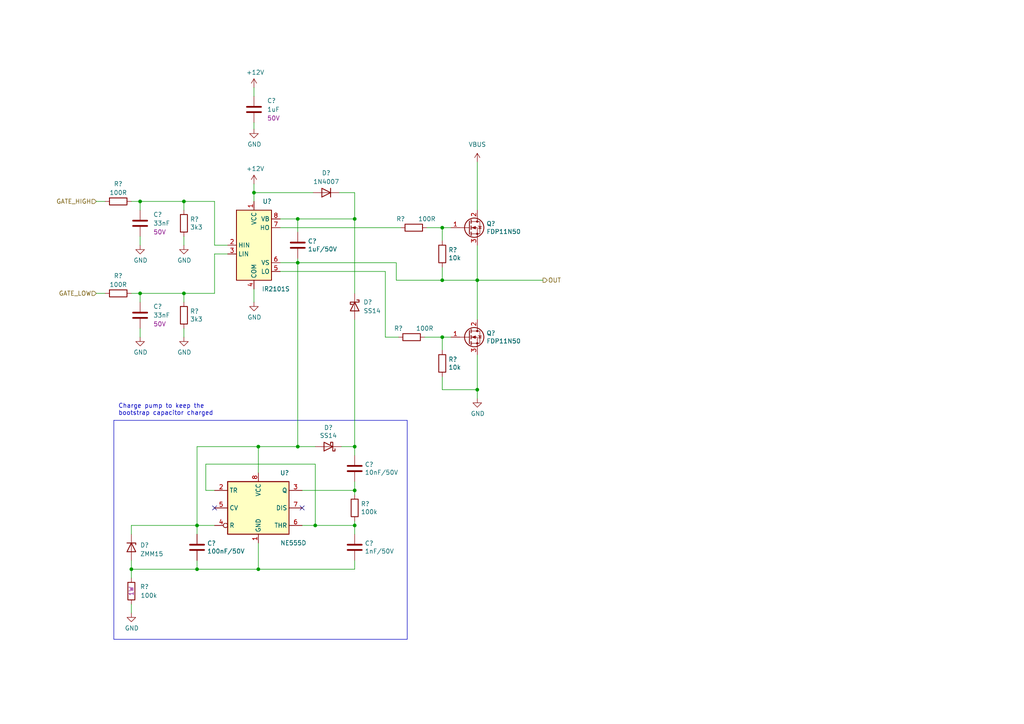
<source format=kicad_sch>
(kicad_sch (version 20230121) (generator eeschema)
  (paper "A4")
  (title_block (title "POWER INVERTER") (rev "REV1") (company "INSTITUTO TECNOLOGICO DE AERONAUTICA - ITA") (comment 1 "PROF. JOSE ROBERTO COLOMBO JUNIOR"))
  (lib_symbols
    (symbol "Device:C" (pin_numbers hide) (pin_names (offset 0.254))
      (property "Reference" "C" (at 0.635 2.54 0))
      (property "Value" "C" (at 0.635 -2.54 0))
      (symbol "C_0_1"
        (polyline (pts (xy -2.032 -0.762) (xy 2.032 -0.762)) (stroke (width 0.508)))
        (polyline (pts (xy -2.032 0.762) (xy 2.032 0.762)) (stroke (width 0.508)))
      )
      (symbol "C_1_1"
        (pin passive line (at 0 3.81 270) (length 2.794) (name "~") (number "1"))
        (pin passive line (at 0 -3.81 90) (length 2.794) (name "~") (number "2"))
      )
    )
    (symbol "Device:R" (pin_numbers hide) (pin_names (offset 0))
      (property "Reference" "R" (at 2.032 0 90))
      (property "Value" "R" (at 0 0 90))
      (symbol "R_0_1"
        (rectangle (start -1.016 -2.54) (end 1.016 2.54) (stroke (width 0.254)))
      )
      (symbol "R_1_1"
        (pin passive line (at 0 3.81 270) (length 1.27) (name "~") (number "1"))
        (pin passive line (at 0 -3.81 90) (length 1.27) (name "~") (number "2"))
      )
    )
    (symbol "Diode:1N4007" (pin_numbers hide) (pin_names hide)
      (property "Reference" "D" (at 0 2.54 0))
      (property "Value" "1N4007" (at 0 -2.54 0))
      (symbol "1N4007_0_1"
        (polyline (pts (xy -1.27 1.27) (xy -1.27 -1.27)) (stroke (width 0.254)))
        (polyline (pts (xy 1.27 0) (xy -1.27 0)))
        (polyline (pts (xy 1.27 1.27) (xy 1.27 -1.27) (xy -1.27 0) (xy 1.27 1.27)) (stroke (width 0.254)))
      )
      (symbol "1N4007_1_1"
        (pin passive line (at -3.81 0 0) (length 2.54) (name "K") (number "1"))
        (pin passive line (at 3.81 0 180) (length 2.54) (name "A") (number "2"))
      )
    )
    (symbol "Diode:1N5819" (pin_numbers hide) (pin_names (offset 1.016) hide)
      (property "Reference" "D" (at 0 2.54 0))
      (property "Value" "1N5819" (at 0 -2.54 0))
      (symbol "1N5819_0_1"
        (polyline (pts (xy 1.27 0) (xy -1.27 0)))
        (polyline (pts (xy 1.27 1.27) (xy 1.27 -1.27) (xy -1.27 0) (xy 1.27 1.27)) (stroke (width 0.254)))
        (polyline (pts (xy -1.905 0.635) (xy -1.905 1.27) (xy -1.27 1.27) (xy -1.27 -1.27) (xy -0.635 -1.27) (xy -0.635 -0.635)) (stroke (width 0.254)))
      )
      (symbol "1N5819_1_1"
        (pin passive line (at -3.81 0 0) (length 2.54) (name "K") (number "1"))
        (pin passive line (at 3.81 0 180) (length 2.54) (name "A") (number "2"))
      )
    )
    (symbol "Diode:ZMMxx" (pin_numbers hide) (pin_names hide)
      (property "Reference" "D" (at 0 2.54 0))
      (property "Value" "ZMMxx" (at 0 -2.54 0))
      (symbol "ZMMxx_0_1"
        (polyline (pts (xy 1.27 0) (xy -1.27 0)))
        (polyline (pts (xy -1.27 -1.27) (xy -1.27 1.27) (xy -0.762 1.27)) (stroke (width 0.254)))
        (polyline (pts (xy 1.27 -1.27) (xy 1.27 1.27) (xy -1.27 0) (xy 1.27 -1.27)) (stroke (width 0.254)))
      )
      (symbol "ZMMxx_1_1"
        (pin passive line (at -3.81 0 0) (length 2.54) (name "K") (number "1"))
        (pin passive line (at 3.81 0 180) (length 2.54) (name "A") (number "2"))
      )
    )
    (symbol "Driver_FET:IR2101"
      (property "Reference" "U" (at 1.27 13.335 0))
      (property "Value" "IR2101" (at 1.27 11.43 0))
      (symbol "IR2101_0_1"
        (rectangle (start -5.08 -10.16) (end 5.08 10.16) (stroke (width 0.254)) (fill (type background)))
      )
      (symbol "IR2101_1_1"
        (pin power_in line (at 0 12.7 270) (length 2.54) (name "VCC") (number "1"))
        (pin input line (at -7.62 0 0) (length 2.54) (name "HIN") (number "2"))
        (pin input line (at -7.62 -2.54 0) (length 2.54) (name "LIN") (number "3"))
        (pin power_in line (at 0 -12.7 90) (length 2.54) (name "COM") (number "4"))
        (pin output line (at 7.62 -7.62 180) (length 2.54) (name "LO") (number "5"))
        (pin passive line (at 7.62 -5.08 180) (length 2.54) (name "VS") (number "6"))
        (pin output line (at 7.62 5.08 180) (length 2.54) (name "HO") (number "7"))
        (pin passive line (at 7.62 7.62 180) (length 2.54) (name "VB") (number "8"))
      )
    )
    (symbol "Timer:NE555D"
      (property "Reference" "U" (at -10.16 8.89 0))
      (property "Value" "NE555D" (at 2.54 8.89 0))
      (symbol "NE555D_0_0"
        (pin power_in line (at 0 -10.16 90) (length 2.54) (name "GND") (number "1"))
        (pin power_in line (at 0 10.16 270) (length 2.54) (name "VCC") (number "8"))
      )
      (symbol "NE555D_0_1"
        (rectangle (start -8.89 -7.62) (end 8.89 7.62) (stroke (width 0.254)) (fill (type background)))
        (rectangle (start -8.89 -7.62) (end 8.89 7.62) (stroke (width 0.254)) (fill (type background)))
      )
      (symbol "NE555D_1_1"
        (pin input line (at -12.7 5.08 0) (length 3.81) (name "TR") (number "2"))
        (pin output line (at 12.7 5.08 180) (length 3.81) (name "Q") (number "3"))
        (pin input inverted (at -12.7 -5.08 0) (length 3.81) (name "R") (number "4"))
        (pin input line (at -12.7 0 0) (length 3.81) (name "CV") (number "5"))
        (pin input line (at 12.7 -5.08 180) (length 3.81) (name "THR") (number "6"))
        (pin input line (at 12.7 0 180) (length 3.81) (name "DIS") (number "7"))
      )
    )
    (symbol "Transistor_FET:IRF740" (pin_names hide)
      (property "Reference" "Q" (at 6.35 1.905 0))
      (property "Value" "IRF740" (at 6.35 0 0))
      (symbol "IRF740_0_1"
        (polyline (pts (xy 0.254 0) (xy -2.54 0)))
        (polyline (pts (xy 0.254 1.905) (xy 0.254 -1.905)) (stroke (width 0.254)))
        (polyline (pts (xy 0.762 -1.27) (xy 0.762 -2.286)) (stroke (width 0.254)))
        (polyline (pts (xy 0.762 0.508) (xy 0.762 -0.508)) (stroke (width 0.254)))
        (polyline (pts (xy 0.762 2.286) (xy 0.762 1.27)) (stroke (width 0.254)))
        (polyline (pts (xy 2.54 2.54) (xy 2.54 1.778)))
        (polyline (pts (xy 2.54 -2.54) (xy 2.54 0) (xy 0.762 0)))
        (polyline (pts (xy 0.762 -1.778) (xy 3.302 -1.778) (xy 3.302 1.778) (xy 0.762 1.778)))
        (polyline (pts (xy 1.016 0) (xy 2.032 0.381) (xy 2.032 -0.381) (xy 1.016 0)) (fill (type outline)))
        (polyline (pts (xy 2.794 0.508) (xy 2.921 0.381) (xy 3.683 0.381) (xy 3.81 0.254)))
        (polyline (pts (xy 3.302 0.381) (xy 2.921 -0.254) (xy 3.683 -0.254) (xy 3.302 0.381)))
        (circle (center 1.651 0) (radius 2.794) (stroke (width 0.254)))
        (circle (center 2.54 -1.778) (radius 0.254) (fill (type outline)))
        (circle (center 2.54 1.778) (radius 0.254) (fill (type outline)))
      )
      (symbol "IRF740_1_1"
        (pin input line (at -5.08 0 0) (length 2.54) (name "G") (number "1"))
        (pin passive line (at 2.54 5.08 270) (length 2.54) (name "D") (number "2"))
        (pin passive line (at 2.54 -5.08 90) (length 2.54) (name "S") (number "3"))
      )
    )
    (symbol "power:+12V" (power) (pin_names (offset 0))
      (property "Value" "+12V" (at 0 3.556 0))
      (symbol "+12V_0_1"
        (polyline (pts (xy -0.762 1.27) (xy 0 2.54)))
        (polyline (pts (xy 0 0) (xy 0 2.54)))
        (polyline (pts (xy 0 2.54) (xy 0.762 1.27)))
      )
      (symbol "+12V_1_1"
        (pin power_in line (at 0 0 90) (length 0) hide (name "+12V") (number "1"))
      )
    )
    (symbol "power:GND" (power) (pin_names (offset 0))
      (property "Value" "GND" (at 0 -3.81 0))
      (symbol "GND_0_1"
        (polyline (pts (xy 0 0) (xy 0 -1.27) (xy 1.27 -1.27) (xy 0 -2.54) (xy -1.27 -1.27) (xy 0 -1.27)))
      )
      (symbol "GND_1_1"
        (pin power_in line (at 0 0 270) (length 0) hide (name "GND") (number "1"))
      )
    )
    (symbol "power:VBUS" (power) (pin_names (offset 0))
      (property "Value" "VBUS" (at 0 3.81 0))
      (symbol "VBUS_0_1"
        (polyline (pts (xy -0.762 1.27) (xy 0 2.54)))
        (polyline (pts (xy 0 0) (xy 0 2.54)))
        (polyline (pts (xy 0 2.54) (xy 0.762 1.27)))
      )
      (symbol "VBUS_1_1"
        (pin power_in line (at 0 0 90) (length 0) hide (name "VBUS") (number "1"))
      )
    )
  )
  (junction (at 53.34 58.42))
  (junction (at 74.93 129.54))
  (junction (at 138.43 81.28))
  (junction (at 86.36 129.54))
  (junction (at 102.87 152.4))
  (junction (at 91.44 152.4))
  (junction (at 102.87 63.5))
  (junction (at 138.43 113.03))
  (junction (at 38.1 165.1))
  (junction (at 128.27 97.79))
  (junction (at 74.93 165.1))
  (junction (at 128.27 66.04))
  (junction (at 86.36 76.2))
  (junction (at 57.15 152.4))
  (junction (at 102.87 142.24))
  (junction (at 40.64 85.09))
  (junction (at 128.27 81.28))
  (junction (at 102.87 129.54))
  (junction (at 73.66 55.88))
  (junction (at 40.64 58.42))
  (junction (at 53.34 85.09))
  (junction (at 86.36 63.5))
  (junction (at 57.15 165.1))
  (no_connect (at 87.63 147.32))
  (no_connect (at 62.23 147.32))
  (wire (pts (xy 74.93 165.1) (xy 102.87 165.1)))
  (wire (pts (xy 86.36 129.54) (xy 91.44 129.54)))
  (wire (pts (xy 138.43 81.28) (xy 157.48 81.28)))
  (wire (pts (xy 73.66 83.82) (xy 73.66 87.63)))
  (wire (pts (xy 86.36 63.5) (xy 86.36 67.31)))
  (polyline (pts (xy 33.02 185.42) (xy 118.11 185.42)))
  (wire (pts (xy 128.27 101.6) (xy 128.27 97.79)))
  (wire (pts (xy 27.94 85.09) (xy 30.48 85.09)))
  (wire (pts (xy 74.93 129.54) (xy 57.15 129.54)))
  (wire (pts (xy 98.425 55.88) (xy 102.87 55.88)))
  (wire (pts (xy 114.935 76.2) (xy 114.935 81.28)))
  (wire (pts (xy 123.825 66.04) (xy 128.27 66.04)))
  (wire (pts (xy 74.93 129.54) (xy 86.36 129.54)))
  (wire (pts (xy 128.27 69.85) (xy 128.27 66.04)))
  (wire (pts (xy 74.93 157.48) (xy 74.93 165.1)))
  (wire (pts (xy 91.44 152.4) (xy 91.44 134.62)))
  (wire (pts (xy 59.69 142.24) (xy 59.69 134.62)))
  (wire (pts (xy 128.27 113.03) (xy 138.43 113.03)))
  (wire (pts (xy 111.76 78.74) (xy 111.76 97.79)))
  (wire (pts (xy 86.36 76.2) (xy 86.36 129.54)))
  (wire (pts (xy 102.87 55.88) (xy 102.87 63.5)))
  (wire (pts (xy 102.87 165.1) (xy 102.87 162.56)))
  (wire (pts (xy 91.44 152.4) (xy 87.63 152.4)))
  (wire (pts (xy 102.87 92.71) (xy 102.87 129.54)))
  (wire (pts (xy 102.87 151.13) (xy 102.87 152.4)))
  (wire (pts (xy 40.64 95.25) (xy 40.64 97.79)))
  (wire (pts (xy 86.36 63.5) (xy 102.87 63.5)))
  (wire (pts (xy 27.94 58.42) (xy 30.48 58.42)))
  (wire (pts (xy 38.1 165.1) (xy 57.15 165.1)))
  (wire (pts (xy 57.15 154.94) (xy 57.15 152.4)))
  (wire (pts (xy 138.43 113.03) (xy 138.43 102.87)))
  (polyline (pts (xy 33.02 121.92) (xy 33.02 185.42)))
  (wire (pts (xy 53.34 58.42) (xy 40.64 58.42)))
  (wire (pts (xy 53.34 87.63) (xy 53.34 85.09)))
  (wire (pts (xy 57.15 129.54) (xy 57.15 152.4)))
  (wire (pts (xy 40.64 85.09) (xy 40.64 87.63)))
  (wire (pts (xy 38.1 175.26) (xy 38.1 177.8)))
  (wire (pts (xy 102.87 154.94) (xy 102.87 152.4)))
  (polyline (pts (xy 33.02 121.92) (xy 118.11 121.92)))
  (wire (pts (xy 81.28 66.04) (xy 116.205 66.04)))
  (wire (pts (xy 74.93 165.1) (xy 57.15 165.1)))
  (wire (pts (xy 138.43 113.03) (xy 138.43 115.57)))
  (wire (pts (xy 38.1 85.09) (xy 40.64 85.09)))
  (wire (pts (xy 62.23 58.42) (xy 53.34 58.42)))
  (wire (pts (xy 74.93 129.54) (xy 74.93 137.16)))
  (wire (pts (xy 114.935 81.28) (xy 128.27 81.28)))
  (wire (pts (xy 62.23 73.66) (xy 62.23 85.09)))
  (wire (pts (xy 86.36 76.2) (xy 86.36 74.93)))
  (wire (pts (xy 91.44 134.62) (xy 59.69 134.62)))
  (wire (pts (xy 62.23 142.24) (xy 59.69 142.24)))
  (wire (pts (xy 102.87 139.7) (xy 102.87 142.24)))
  (wire (pts (xy 38.1 58.42) (xy 40.64 58.42)))
  (wire (pts (xy 57.15 165.1) (xy 57.15 162.56)))
  (wire (pts (xy 73.66 55.88) (xy 73.66 58.42)))
  (wire (pts (xy 130.81 66.04) (xy 128.27 66.04)))
  (wire (pts (xy 81.28 76.2) (xy 86.36 76.2)))
  (wire (pts (xy 38.1 152.4) (xy 57.15 152.4)))
  (wire (pts (xy 81.28 78.74) (xy 111.76 78.74)))
  (wire (pts (xy 102.87 143.51) (xy 102.87 142.24)))
  (wire (pts (xy 102.87 63.5) (xy 102.87 85.09)))
  (polyline (pts (xy 118.11 121.92) (xy 118.11 185.42)))
  (wire (pts (xy 62.23 73.66) (xy 66.04 73.66)))
  (wire (pts (xy 38.1 162.56) (xy 38.1 165.1)))
  (wire (pts (xy 138.43 46.99) (xy 138.43 60.96)))
  (wire (pts (xy 87.63 142.24) (xy 102.87 142.24)))
  (wire (pts (xy 53.34 68.58) (xy 53.34 71.12)))
  (wire (pts (xy 81.28 63.5) (xy 86.36 63.5)))
  (wire (pts (xy 40.64 58.42) (xy 40.64 60.96)))
  (wire (pts (xy 53.34 95.25) (xy 53.34 97.79)))
  (wire (pts (xy 62.23 85.09) (xy 53.34 85.09)))
  (wire (pts (xy 123.19 97.79) (xy 128.27 97.79)))
  (wire (pts (xy 62.23 71.12) (xy 62.23 58.42)))
  (wire (pts (xy 40.64 68.58) (xy 40.64 71.12)))
  (wire (pts (xy 62.23 152.4) (xy 57.15 152.4)))
  (wire (pts (xy 38.1 152.4) (xy 38.1 154.94)))
  (wire (pts (xy 73.66 25.4) (xy 73.66 27.94)))
  (wire (pts (xy 62.23 71.12) (xy 66.04 71.12)))
  (wire (pts (xy 38.1 167.64) (xy 38.1 165.1)))
  (wire (pts (xy 128.27 81.28) (xy 138.43 81.28)))
  (wire (pts (xy 128.27 77.47) (xy 128.27 81.28)))
  (wire (pts (xy 90.805 55.88) (xy 73.66 55.88)))
  (wire (pts (xy 138.43 71.12) (xy 138.43 81.28)))
  (wire (pts (xy 53.34 58.42) (xy 53.34 60.96)))
  (wire (pts (xy 138.43 81.28) (xy 138.43 92.71)))
  (wire (pts (xy 53.34 85.09) (xy 40.64 85.09)))
  (wire (pts (xy 115.57 97.79) (xy 111.76 97.79)))
  (wire (pts (xy 130.81 97.79) (xy 128.27 97.79)))
  (wire (pts (xy 73.66 53.34) (xy 73.66 55.88)))
  (wire (pts (xy 102.87 132.08) (xy 102.87 129.54)))
  (wire (pts (xy 128.27 109.22) (xy 128.27 113.03)))
  (wire (pts (xy 73.66 35.56) (xy 73.66 37.465)))
  (wire (pts (xy 86.36 76.2) (xy 114.935 76.2)))
  (wire (pts (xy 102.87 129.54) (xy 99.06 129.54)))
  (wire (pts (xy 102.87 152.4) (xy 91.44 152.4)))
  (text "Charge pump to keep the \nbootstrap capacitor charged" (at 34.29 120.65 0) (effects (font (size 1.27 1.27)) (justify left bottom)))
  (hierarchical_label "GATE_LOW" (shape input) (at 27.94 85.09 180))
  (hierarchical_label "GATE_HIGH" (shape input) (at 27.94 58.42 180))
  (hierarchical_label "OUT" (shape output) (at 157.48 81.28 0))
  (symbol (lib_id "power:GND") (at 53.34 97.79 0) (unit 1)
    (property "Reference" "#PWR?" (effects hide))
    (property "Value" "GND" (at 53.467 102.1842 0))
    (instances (project "rev1" (path "" (reference "#PWR?") (unit 1)) (path "" (reference "#PWR?") (unit 1)) (path "" (reference "#PWR?") (unit 1)) (path "" (reference "#PWR074") (unit 1))))
  )
  (symbol (lib_id "Transistor_FET:IRF740") (at 135.89 97.79 0) (unit 1)
    (property "Reference" "Q?" (at 141.0716 96.6216 0) (effects (justify left)))
    (property "Value" "FDP11N50" (at 141.0716 98.933 0) (effects (justify left)))
    (property "Footprint" "Package_TO_SOT_THT:TO-220-3_Vertical" (effects hide))
    (instances (project "rev1" (path "" (reference "Q?") (unit 1)) (path "" (reference "Q?") (unit 1)) (path "" (reference "Q?") (unit 1)) (path "" (reference "Q6") (unit 1))))
  )
  (symbol (lib_id "Device:R") (at 102.87 147.32 0) (unit 1)
    (property "Reference" "R?" (at 104.648 146.1516 0) (effects (justify left)))
    (property "Value" "100k" (at 104.648 148.463 0) (effects (justify left)))
    (property "Footprint" "Resistor_SMD:R_1206_3216Metric_Pad1.30x1.75mm_HandSolder" (effects hide))
    (instances (project "rev1" (path "" (reference "R?") (unit 1)) (path "" (reference "R?") (unit 1)) (path "" (reference "R?") (unit 1)) (path "" (reference "R39") (unit 1))))
  )
  (symbol (lib_id "power:GND") (at 40.64 71.12 0) (unit 1)
    (property "Reference" "#PWR?" (effects hide))
    (property "Value" "GND" (at 40.767 75.5142 0))
    (instances (project "rev1" (path "" (reference "#PWR?") (unit 1)) (path "" (reference "#PWR?") (unit 1)) (path "" (reference "#PWR?") (unit 1)) (path "" (reference "#PWR069") (unit 1))))
  )
  (symbol (lib_id "Device:R") (at 128.27 105.41 0) (unit 1)
    (property "Reference" "R?" (at 130.048 104.2416 0) (effects (justify left)))
    (property "Value" "10k" (at 130.048 106.553 0) (effects (justify left)))
    (property "Footprint" "Resistor_SMD:R_1206_3216Metric_Pad1.30x1.75mm_HandSolder" (effects hide))
    (instances (project "rev1" (path "" (reference "R?") (unit 1)) (path "" (reference "R?") (unit 1)) (path "" (reference "R?") (unit 1)) (path "" (reference "R36") (unit 1))))
  )
  (symbol (lib_id "power:GND") (at 53.34 71.12 0) (unit 1)
    (property "Reference" "#PWR?" (effects hide))
    (property "Value" "GND" (at 53.467 75.5142 0))
    (instances (project "rev1" (path "" (reference "#PWR?") (unit 1)) (path "" (reference "#PWR?") (unit 1)) (path "" (reference "#PWR?") (unit 1)) (path "" (reference "#PWR070") (unit 1))))
  )
  (symbol (lib_id "Transistor_FET:IRF740") (at 135.89 66.04 0) (unit 1)
    (property "Reference" "Q?" (at 141.0716 64.8716 0) (effects (justify left)))
    (property "Value" "FDP11N50" (at 141.0716 67.183 0) (effects (justify left)))
    (property "Footprint" "Package_TO_SOT_THT:TO-220-3_Vertical" (effects hide))
    (instances (project "rev1" (path "" (reference "Q?") (unit 1)) (path "" (reference "Q?") (unit 1)) (path "" (reference "Q?") (unit 1)) (path "" (reference "Q5") (unit 1))))
  )
  (symbol (lib_id "Device:C") (at 73.66 31.75 0) (unit 1)
    (property "Reference" "C?" (at 77.47 29.21 0) (effects (justify left)))
    (property "Value" "1uF" (at 77.47 31.75 0) (effects (justify left)))
    (property "Footprint" "Capacitor_SMD:C_1206_3216Metric_Pad1.33x1.80mm_HandSolder" (effects hide))
    (property "Voltage" "50V" (at 77.47 34.29 0) (effects (justify left)))
    (instances (project "driver1" (path "" (reference "C?") (unit 1))) (project "DidaticInverter" (path "" (reference "C?") (unit 1))) (project "rev1" (path "" (reference "C?") (unit 1)) (path "" (reference "C?") (unit 1)) (path "" (reference "C32") (unit 1))) (project "FonteAltaTensao" (path "" (reference "C?") (unit 1)) (path "" (reference "C?") (unit 1))))
  )
  (symbol (lib_id "power:GND") (at 73.66 87.63 0) (unit 1)
    (property "Reference" "#PWR?" (effects hide))
    (property "Value" "GND" (at 73.787 92.0242 0))
    (instances (project "rev1" (path "" (reference "#PWR?") (unit 1)) (path "" (reference "#PWR?") (unit 1)) (path "" (reference "#PWR?") (unit 1)) (path "" (reference "#PWR071") (unit 1))))
  )
  (symbol (lib_id "Device:R") (at 53.34 91.44 0) (unit 1)
    (property "Reference" "R?" (at 55.118 90.2716 0) (effects (justify left)))
    (property "Value" "3k3" (at 55.118 92.583 0) (effects (justify left)))
    (property "Footprint" "Resistor_SMD:R_1206_3216Metric_Pad1.30x1.75mm_HandSolder" (effects hide))
    (instances (project "rev1" (path "" (reference "R?") (unit 1)) (path "" (reference "R?") (unit 1)) (path "" (reference "R?") (unit 1)) (path "" (reference "R34") (unit 1))))
  )
  (symbol (lib_id "Device:C") (at 57.15 158.75 0) (unit 1)
    (property "Reference" "C?" (at 60.071 157.5816 0) (effects (justify left)))
    (property "Value" "100nF/50V" (at 60.071 159.893 0) (effects (justify left)))
    (property "Footprint" "Capacitor_SMD:C_1206_3216Metric_Pad1.33x1.80mm_HandSolder" (effects hide))
    (instances (project "rev1" (path "" (reference "C?") (unit 1)) (path "" (reference "C?") (unit 1)) (path "" (reference "C?") (unit 1)) (path "" (reference "C42") (unit 1))))
  )
  (symbol (lib_id "power:GND") (at 138.43 115.57 0) (unit 1)
    (property "Reference" "#PWR?" (effects hide))
    (property "Value" "GND" (at 138.557 119.9642 0))
    (instances (project "rev1" (path "" (reference "#PWR?") (unit 1)) (path "" (reference "#PWR?") (unit 1)) (path "" (reference "#PWR?") (unit 1)) (path "" (reference "#PWR077") (unit 1))))
  )
  (symbol (lib_id "Device:R") (at 34.29 58.42 90) (unit 1)
    (property "Reference" "R?" (at 34.29 53.34 90))
    (property "Value" "100R" (at 34.29 55.88 90))
    (property "Footprint" "Resistor_SMD:R_1206_3216Metric_Pad1.30x1.75mm_HandSolder" (effects hide))
    (instances (project "driver" (path "" (reference "R?") (unit 1))) (project "rev1" (path "" (reference "R?") (unit 1)) (path "" (reference "R29") (unit 1))) (project "FonteAltaTensao" (path "" (reference "R?") (unit 1)) (path "" (reference "R?") (unit 1))))
  )
  (symbol (lib_id "power:VBUS") (at 138.43 46.99 0) (unit 1)
    (property "Reference" "#PWR?" (effects hide))
    (property "Value" "VBUS" (at 138.43 41.91 0))
    (instances (project "rev1" (path "" (reference "#PWR?") (unit 1)) (path "" (reference "#PWR067") (unit 1))))
  )
  (symbol (lib_id "power:+12V") (at 73.66 25.4 0) (unit 1)
    (property "Reference" "#PWR?" (effects hide))
    (property "Value" "+12V" (at 74.041 21.0058 0))
    (instances (project "rev1" (path "" (reference "#PWR?") (unit 1)) (path "" (reference "#PWR?") (unit 1)) (path "" (reference "#PWR?") (unit 1)) (path "" (reference "#PWR063") (unit 1))))
  )
  (symbol (lib_id "Timer:NE555D") (at 74.93 147.32 0) (unit 1)
    (property "Reference" "U?" (at 82.55 137.16 0))
    (property "Value" "NE555D" (at 85.09 157.48 0))
    (property "Footprint" "Package_SO:SOIC-8_3.9x4.9mm_P1.27mm" (effects hide))
    (property "Datasheet" "http://www.ti.com/lit/ds/symlink/ne555.pdf" (effects hide))
    (instances (project "rev1" (path "" (reference "U?") (unit 1)) (path "" (reference "U?") (unit 1)) (path "" (reference "U?") (unit 1)) (path "" (reference "U11") (unit 1))))
  )
  (symbol (lib_id "Diode:1N4007") (at 94.615 55.88 180) (unit 1)
    (property "Reference" "D?" (at 94.615 50.165 0))
    (property "Value" "1N4007" (at 94.615 52.705 0))
    (property "Footprint" "Diode_SMD:D_SMA" (effects hide))
    (property "Datasheet" "http://www.vishay.com/docs/88503/1n4001.pdf" (effects hide))
    (property "Sim.Device" "D" (effects hide))
    (property "Sim.Pins" "1=K 2=A" (effects hide))
    (instances (project "rev1" (path "" (reference "D?") (unit 1)) (path "" (reference "D?") (unit 1)) (path "" (reference "D?") (unit 1)) (path "" (reference "D11") (unit 1))))
  )
  (symbol (lib_id "Device:C") (at 102.87 158.75 0) (unit 1)
    (property "Reference" "C?" (at 105.791 157.5816 0) (effects (justify left)))
    (property "Value" "1nF/50V" (at 105.791 159.893 0) (effects (justify left)))
    (property "Footprint" "Capacitor_SMD:C_1206_3216Metric_Pad1.33x1.80mm_HandSolder" (effects hide))
    (instances (project "rev1" (path "" (reference "C?") (unit 1)) (path "" (reference "C?") (unit 1)) (path "" (reference "C?") (unit 1)) (path "" (reference "C43") (unit 1))))
  )
  (symbol (lib_id "Device:R") (at 38.1 171.45 0) (mirror x) (unit 1)
    (property "Reference" "R?" (at 41.91 170.18 0))
    (property "Value" "100k" (at 43.18 172.72 0))
    (property "Footprint" "Resistor_SMD:R_1206_3216Metric_Pad1.30x1.75mm_HandSolder" (effects hide))
    (property "Power" "1W" (at 38.1 171.45 90))
    (instances (project "rev1" (path "" (reference "R?") (unit 1)) (path "" (reference "R?") (unit 1)) (path "" (reference "R?") (unit 1)) (path "" (reference "R40") (unit 1))))
  )
  (symbol (lib_id "Device:C") (at 86.36 71.12 0) (unit 1)
    (property "Reference" "C?" (at 89.281 69.9516 0) (effects (justify left)))
    (property "Value" "1uF/50V" (at 89.281 72.263 0) (effects (justify left)))
    (property "Footprint" "Capacitor_SMD:C_1206_3216Metric_Pad1.33x1.80mm_HandSolder" (effects hide))
    (instances (project "rev1" (path "" (reference "C?") (unit 1)) (path "" (reference "C?") (unit 1)) (path "" (reference "C?") (unit 1)) (path "" (reference "C35") (unit 1))))
  )
  (symbol (lib_id "power:GND") (at 38.1 177.8 0) (unit 1)
    (property "Reference" "#PWR?" (effects hide))
    (property "Value" "GND" (at 38.227 182.1942 0))
    (instances (project "rev1" (path "" (reference "#PWR?") (unit 1)) (path "" (reference "#PWR?") (unit 1)) (path "" (reference "#PWR?") (unit 1)) (path "" (reference "#PWR082") (unit 1))))
  )
  (symbol (lib_id "Device:C") (at 102.87 135.89 0) (unit 1)
    (property "Reference" "C?" (at 105.791 134.7216 0) (effects (justify left)))
    (property "Value" "10nF/50V" (at 105.791 137.033 0) (effects (justify left)))
    (property "Footprint" "Capacitor_SMD:C_1206_3216Metric_Pad1.33x1.80mm_HandSolder" (effects hide))
    (instances (project "rev1" (path "" (reference "C?") (unit 1)) (path "" (reference "C?") (unit 1)) (path "" (reference "C?") (unit 1)) (path "" (reference "C41") (unit 1))))
  )
  (symbol (lib_id "Device:C") (at 40.64 64.77 0) (unit 1)
    (property "Reference" "C?" (at 44.45 62.23 0) (effects (justify left)))
    (property "Value" "33nF" (at 44.45 64.77 0) (effects (justify left)))
    (property "Footprint" "Capacitor_SMD:C_1206_3216Metric" (effects hide))
    (property "Voltage" "50V" (at 44.45 67.31 0) (effects (justify left)))
    (instances (project "driver" (path "" (reference "C?") (unit 1))) (project "rev1" (path "" (reference "C?") (unit 1)) (path "" (reference "C34") (unit 1))) (project "FonteAltaTensao" (path "" (reference "C?") (unit 1)) (path "" (reference "C?") (unit 1))))
  )
  (symbol (lib_id "Driver_FET:IR2101") (at 73.66 71.12 0) (unit 1)
    (property "Reference" "U?" (at 77.47 58.42 0))
    (property "Value" "IR2101S" (at 80.01 83.82 0))
    (property "Footprint" "Package_SO:SOIC-8_3.9x4.9mm_P1.27mm" (effects hide))
    (property "Datasheet" "https://www.infineon.com/dgdl/ir2101.pdf?fileId=5546d462533600a4015355c7a755166c" (effects hide))
    (instances (project "rev1" (path "" (reference "U?") (unit 1)) (path "" (reference "U?") (unit 1)) (path "" (reference "U?") (unit 1)) (path "" (reference "U9") (unit 1))))
  )
  (symbol (lib_id "Diode:ZMMxx") (at 38.1 158.75 270) (unit 1)
    (property "Reference" "D?" (at 40.64 158.115 90) (effects (justify left)))
    (property "Value" "ZMM15" (at 40.64 160.655 90) (effects (justify left)))
    (property "Footprint" "Diode_SMD:D_MiniMELF" (effects hide))
    (property "Datasheet" "https://diotec.com/tl_files/diotec/files/pdf/datasheets/zmm1.pdf" (effects hide))
    (instances (project "rev1" (path "" (reference "D?") (unit 1)) (path "" (reference "D?") (unit 1)) (path "" (reference "D?") (unit 1)) (path "" (reference "D14") (unit 1))))
  )
  (symbol (lib_id "power:GND") (at 73.66 37.465 0) (unit 1)
    (property "Reference" "#PWR?" (effects hide))
    (property "Value" "GND" (at 73.787 41.8592 0))
    (instances (project "rev1" (path "" (reference "#PWR?") (unit 1)) (path "" (reference "#PWR?") (unit 1)) (path "" (reference "#PWR?") (unit 1)) (path "" (reference "#PWR065") (unit 1))))
  )
  (symbol (lib_id "power:+12V") (at 73.66 53.34 0) (unit 1)
    (property "Reference" "#PWR?" (effects hide))
    (property "Value" "+12V" (at 74.041 48.9458 0))
    (instances (project "rev1" (path "" (reference "#PWR?") (unit 1)) (path "" (reference "#PWR?") (unit 1)) (path "" (reference "#PWR?") (unit 1)) (path "" (reference "#PWR068") (unit 1))))
  )
  (symbol (lib_id "Device:R") (at 128.27 73.66 0) (unit 1)
    (property "Reference" "R?" (at 130.048 72.4916 0) (effects (justify left)))
    (property "Value" "10k" (at 130.048 74.803 0) (effects (justify left)))
    (property "Footprint" "Resistor_SMD:R_1206_3216Metric_Pad1.30x1.75mm_HandSolder" (effects hide))
    (instances (project "rev1" (path "" (reference "R?") (unit 1)) (path "" (reference "R?") (unit 1)) (path "" (reference "R?") (unit 1)) (path "" (reference "R32") (unit 1))))
  )
  (symbol (lib_id "Device:R") (at 119.38 97.79 270) (unit 1)
    (property "Reference" "R?" (at 115.57 95.25 90))
    (property "Value" "100R" (at 123.19 95.25 90))
    (property "Footprint" "Resistor_SMD:R_1206_3216Metric_Pad1.30x1.75mm_HandSolder" (effects hide))
    (instances (project "rev1" (path "" (reference "R?") (unit 1)) (path "" (reference "R?") (unit 1)) (path "" (reference "R?") (unit 1)) (path "" (reference "R35") (unit 1))))
  )
  (symbol (lib_id "Device:R") (at 34.29 85.09 90) (unit 1)
    (property "Reference" "R?" (at 34.29 80.01 90))
    (property "Value" "100R" (at 34.29 82.55 90))
    (property "Footprint" "Resistor_SMD:R_1206_3216Metric_Pad1.30x1.75mm_HandSolder" (effects hide))
    (instances (project "driver" (path "" (reference "R?") (unit 1))) (project "rev1" (path "" (reference "R?") (unit 1)) (path "" (reference "R33") (unit 1))) (project "FonteAltaTensao" (path "" (reference "R?") (unit 1)) (path "" (reference "R?") (unit 1))))
  )
  (symbol (lib_id "Diode:1N5819") (at 102.87 88.9 270) (unit 1)
    (property "Reference" "D?" (at 106.68 87.63 90))
    (property "Value" "SS14" (at 107.95 90.17 90))
    (property "Footprint" "Diode_SMD:D_SMA" (effects hide))
    (instances (project "rev1" (path "" (reference "D?") (unit 1)) (path "" (reference "D?") (unit 1)) (path "" (reference "D?") (unit 1)) (path "" (reference "D12") (unit 1))))
  )
  (symbol (lib_id "Diode:1N5819") (at 95.25 129.54 180) (unit 1)
    (property "Reference" "D?" (at 95.25 124.0282 0))
    (property "Value" "SS14" (at 95.25 126.3396 0))
    (property "Footprint" "Diode_SMD:D_SMA" (effects hide))
    (instances (project "rev1" (path "" (reference "D?") (unit 1)) (path "" (reference "D?") (unit 1)) (path "" (reference "D?") (unit 1)) (path "" (reference "D13") (unit 1))))
  )
  (symbol (lib_id "Device:R") (at 120.015 66.04 270) (unit 1)
    (property "Reference" "R?" (at 116.205 63.5 90))
    (property "Value" "100R" (at 123.825 63.5 90))
    (property "Footprint" "Resistor_SMD:R_1206_3216Metric_Pad1.30x1.75mm_HandSolder" (effects hide))
    (instances (project "rev1" (path "" (reference "R?") (unit 1)) (path "" (reference "R?") (unit 1)) (path "" (reference "R?") (unit 1)) (path "" (reference "R31") (unit 1))))
  )
  (symbol (lib_id "Device:C") (at 40.64 91.44 0) (unit 1)
    (property "Reference" "C?" (at 44.45 88.9 0) (effects (justify left)))
    (property "Value" "33nF" (at 44.45 91.44 0) (effects (justify left)))
    (property "Footprint" "Capacitor_SMD:C_1206_3216Metric" (effects hide))
    (property "Voltage" "50V" (at 44.45 93.98 0) (effects (justify left)))
    (instances (project "driver" (path "" (reference "C?") (unit 1))) (project "rev1" (path "" (reference "C?") (unit 1)) (path "" (reference "C37") (unit 1))) (project "FonteAltaTensao" (path "" (reference "C?") (unit 1)) (path "" (reference "C?") (unit 1))))
  )
  (symbol (lib_id "power:GND") (at 40.64 97.79 0) (unit 1)
    (property "Reference" "#PWR?" (effects hide))
    (property "Value" "GND" (at 40.767 102.1842 0))
    (instances (project "rev1" (path "" (reference "#PWR?") (unit 1)) (path "" (reference "#PWR?") (unit 1)) (path "" (reference "#PWR?") (unit 1)) (path "" (reference "#PWR073") (unit 1))))
  )
  (symbol (lib_id "Device:R") (at 53.34 64.77 0) (unit 1)
    (property "Reference" "R?" (at 55.118 63.6016 0) (effects (justify left)))
    (property "Value" "3k3" (at 55.118 65.913 0) (effects (justify left)))
    (property "Footprint" "Resistor_SMD:R_1206_3216Metric_Pad1.30x1.75mm_HandSolder" (effects hide))
    (instances (project "rev1" (path "" (reference "R?") (unit 1)) (path "" (reference "R?") (unit 1)) (path "" (reference "R?") (unit 1)) (path "" (reference "R30") (unit 1))))
  )
)
</source>
